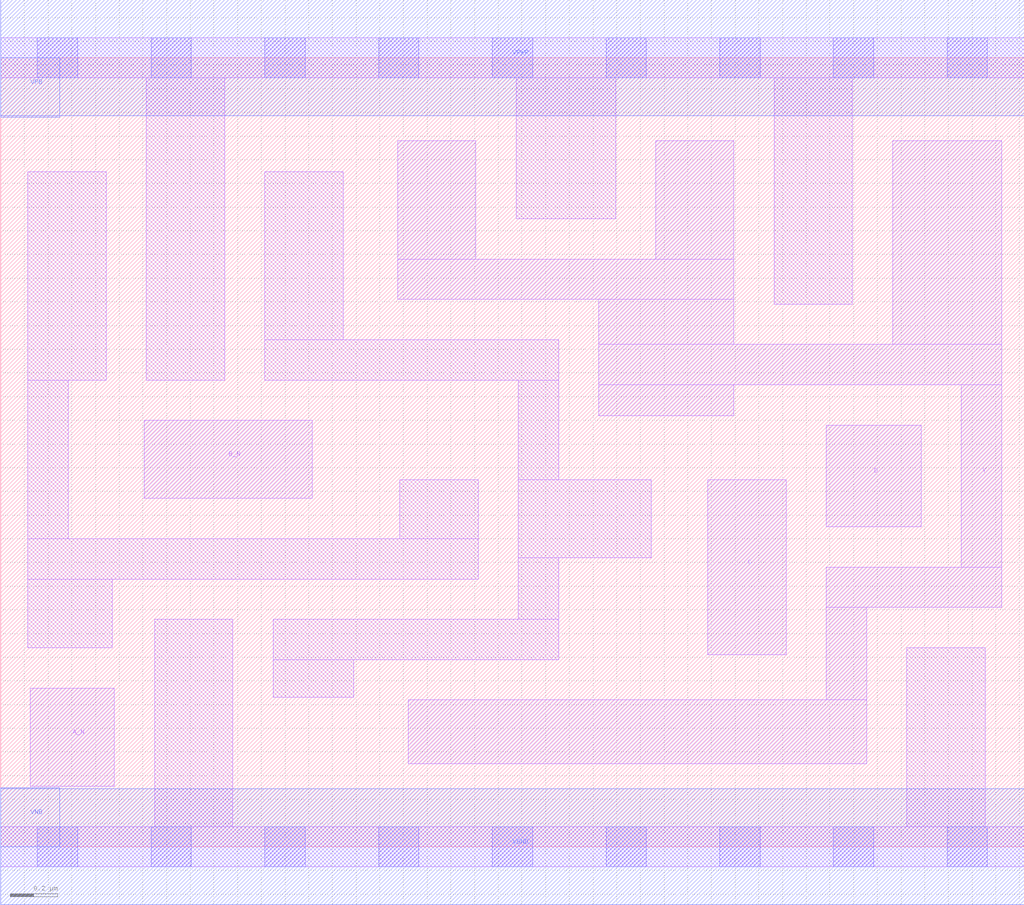
<source format=lef>
# Copyright 2020 The SkyWater PDK Authors
#
# Licensed under the Apache License, Version 2.0 (the "License");
# you may not use this file except in compliance with the License.
# You may obtain a copy of the License at
#
#     https://www.apache.org/licenses/LICENSE-2.0
#
# Unless required by applicable law or agreed to in writing, software
# distributed under the License is distributed on an "AS IS" BASIS,
# WITHOUT WARRANTIES OR CONDITIONS OF ANY KIND, either express or implied.
# See the License for the specific language governing permissions and
# limitations under the License.
#
# SPDX-License-Identifier: Apache-2.0

VERSION 5.5 ;
NAMESCASESENSITIVE ON ;
BUSBITCHARS "[]" ;
DIVIDERCHAR "/" ;
MACRO sky130_fd_sc_hs__nand4bb_1
  CLASS CORE ;
  SOURCE USER ;
  ORIGIN  0.000000  0.000000 ;
  SIZE  4.320000 BY  3.330000 ;
  SYMMETRY X Y ;
  SITE unit ;
  PIN A_N
    ANTENNAGATEAREA  0.208000 ;
    DIRECTION INPUT ;
    USE SIGNAL ;
    PORT
      LAYER li1 ;
        RECT 0.125000 0.255000 0.480000 0.670000 ;
    END
  END A_N
  PIN B_N
    ANTENNAGATEAREA  0.208000 ;
    DIRECTION INPUT ;
    USE SIGNAL ;
    PORT
      LAYER li1 ;
        RECT 0.605000 1.470000 1.315000 1.800000 ;
    END
  END B_N
  PIN C
    ANTENNAGATEAREA  0.279000 ;
    DIRECTION INPUT ;
    USE SIGNAL ;
    PORT
      LAYER li1 ;
        RECT 2.985000 0.810000 3.315000 1.550000 ;
    END
  END C
  PIN D
    ANTENNAGATEAREA  0.279000 ;
    DIRECTION INPUT ;
    USE SIGNAL ;
    PORT
      LAYER li1 ;
        RECT 3.485000 1.350000 3.885000 1.780000 ;
    END
  END D
  PIN Y
    ANTENNADIFFAREA  1.248650 ;
    DIRECTION OUTPUT ;
    USE SIGNAL ;
    PORT
      LAYER li1 ;
        RECT 1.675000 2.310000 3.095000 2.480000 ;
        RECT 1.675000 2.480000 2.005000 2.980000 ;
        RECT 1.720000 0.350000 3.655000 0.620000 ;
        RECT 2.525000 1.820000 3.095000 1.950000 ;
        RECT 2.525000 1.950000 4.225000 2.120000 ;
        RECT 2.525000 2.120000 3.095000 2.310000 ;
        RECT 2.765000 2.480000 3.095000 2.980000 ;
        RECT 3.485000 0.620000 3.655000 1.010000 ;
        RECT 3.485000 1.010000 4.225000 1.180000 ;
        RECT 3.765000 2.120000 4.225000 2.980000 ;
        RECT 4.055000 1.180000 4.225000 1.950000 ;
    END
  END Y
  PIN VGND
    DIRECTION INOUT ;
    USE GROUND ;
    PORT
      LAYER met1 ;
        RECT 0.000000 -0.245000 4.320000 0.245000 ;
    END
  END VGND
  PIN VNB
    DIRECTION INOUT ;
    USE GROUND ;
    PORT
      LAYER met1 ;
        RECT 0.000000 0.000000 0.250000 0.250000 ;
    END
  END VNB
  PIN VPB
    DIRECTION INOUT ;
    USE POWER ;
    PORT
      LAYER met1 ;
        RECT 0.000000 3.080000 0.250000 3.330000 ;
    END
  END VPB
  PIN VPWR
    DIRECTION INOUT ;
    USE POWER ;
    PORT
      LAYER met1 ;
        RECT 0.000000 3.085000 4.320000 3.575000 ;
    END
  END VPWR
  OBS
    LAYER li1 ;
      RECT 0.000000 -0.085000 4.320000 0.085000 ;
      RECT 0.000000  3.245000 4.320000 3.415000 ;
      RECT 0.115000  0.840000 0.470000 1.130000 ;
      RECT 0.115000  1.130000 2.015000 1.300000 ;
      RECT 0.115000  1.300000 0.285000 1.970000 ;
      RECT 0.115000  1.970000 0.445000 2.850000 ;
      RECT 0.615000  1.970000 0.945000 3.245000 ;
      RECT 0.650000  0.085000 0.980000 0.960000 ;
      RECT 1.115000  1.970000 2.355000 2.140000 ;
      RECT 1.115000  2.140000 1.445000 2.850000 ;
      RECT 1.150000  0.630000 1.490000 0.790000 ;
      RECT 1.150000  0.790000 2.355000 0.960000 ;
      RECT 1.685000  1.300000 2.015000 1.550000 ;
      RECT 2.175000  2.650000 2.595000 3.245000 ;
      RECT 2.185000  0.960000 2.355000 1.220000 ;
      RECT 2.185000  1.220000 2.745000 1.550000 ;
      RECT 2.185000  1.550000 2.355000 1.970000 ;
      RECT 3.265000  2.290000 3.595000 3.245000 ;
      RECT 3.825000  0.085000 4.155000 0.840000 ;
    LAYER mcon ;
      RECT 0.155000 -0.085000 0.325000 0.085000 ;
      RECT 0.155000  3.245000 0.325000 3.415000 ;
      RECT 0.635000 -0.085000 0.805000 0.085000 ;
      RECT 0.635000  3.245000 0.805000 3.415000 ;
      RECT 1.115000 -0.085000 1.285000 0.085000 ;
      RECT 1.115000  3.245000 1.285000 3.415000 ;
      RECT 1.595000 -0.085000 1.765000 0.085000 ;
      RECT 1.595000  3.245000 1.765000 3.415000 ;
      RECT 2.075000 -0.085000 2.245000 0.085000 ;
      RECT 2.075000  3.245000 2.245000 3.415000 ;
      RECT 2.555000 -0.085000 2.725000 0.085000 ;
      RECT 2.555000  3.245000 2.725000 3.415000 ;
      RECT 3.035000 -0.085000 3.205000 0.085000 ;
      RECT 3.035000  3.245000 3.205000 3.415000 ;
      RECT 3.515000 -0.085000 3.685000 0.085000 ;
      RECT 3.515000  3.245000 3.685000 3.415000 ;
      RECT 3.995000 -0.085000 4.165000 0.085000 ;
      RECT 3.995000  3.245000 4.165000 3.415000 ;
  END
END sky130_fd_sc_hs__nand4bb_1

</source>
